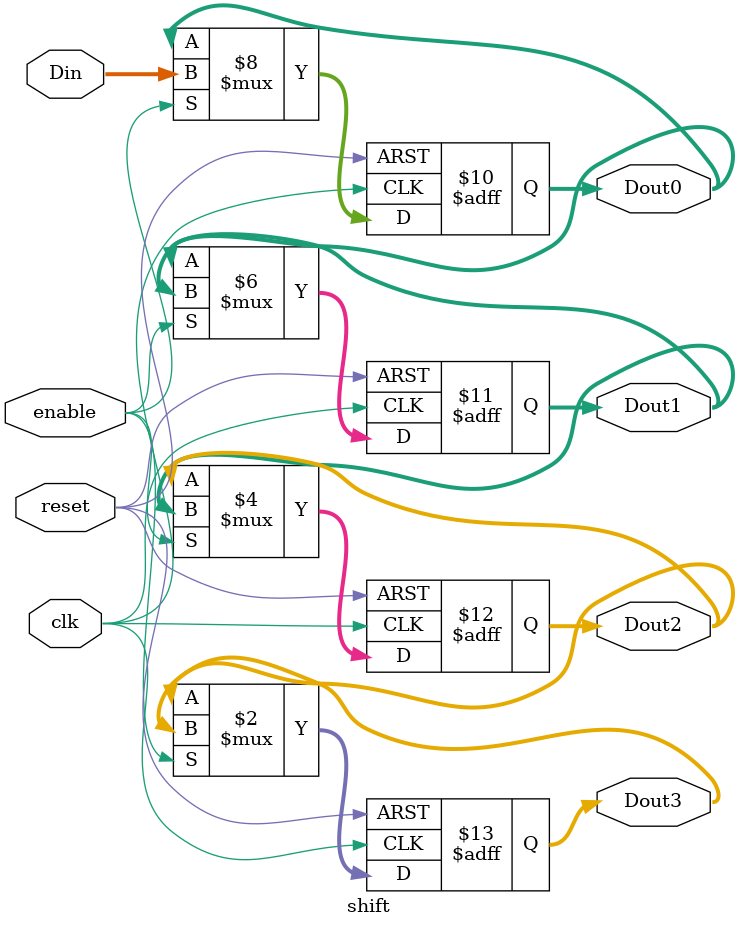
<source format=v>
module shift
  (output reg [3:0] Dout0, Dout1, Dout2, Dout3,
   input wire enable, reset, clk,
   input wire [3:0] Din);

  always @ (posedge clk or posedge reset) begin
    if (reset) begin
      Dout0 <= 4'h00; Dout1 <= 4'h00; Dout2 <= 4'h00; Dout3 <= 4'h00;
    end else begin
      if (enable) begin
        // can chain assignments like this since they're non blocking so none
        // get updated until always finishes, so can daisy chain them together
        Dout0 <= Din; Dout1 <= Dout0; Dout2<= Dout1; Dout3 <= Dout2;
      end
    end
  end

endmodule

</source>
